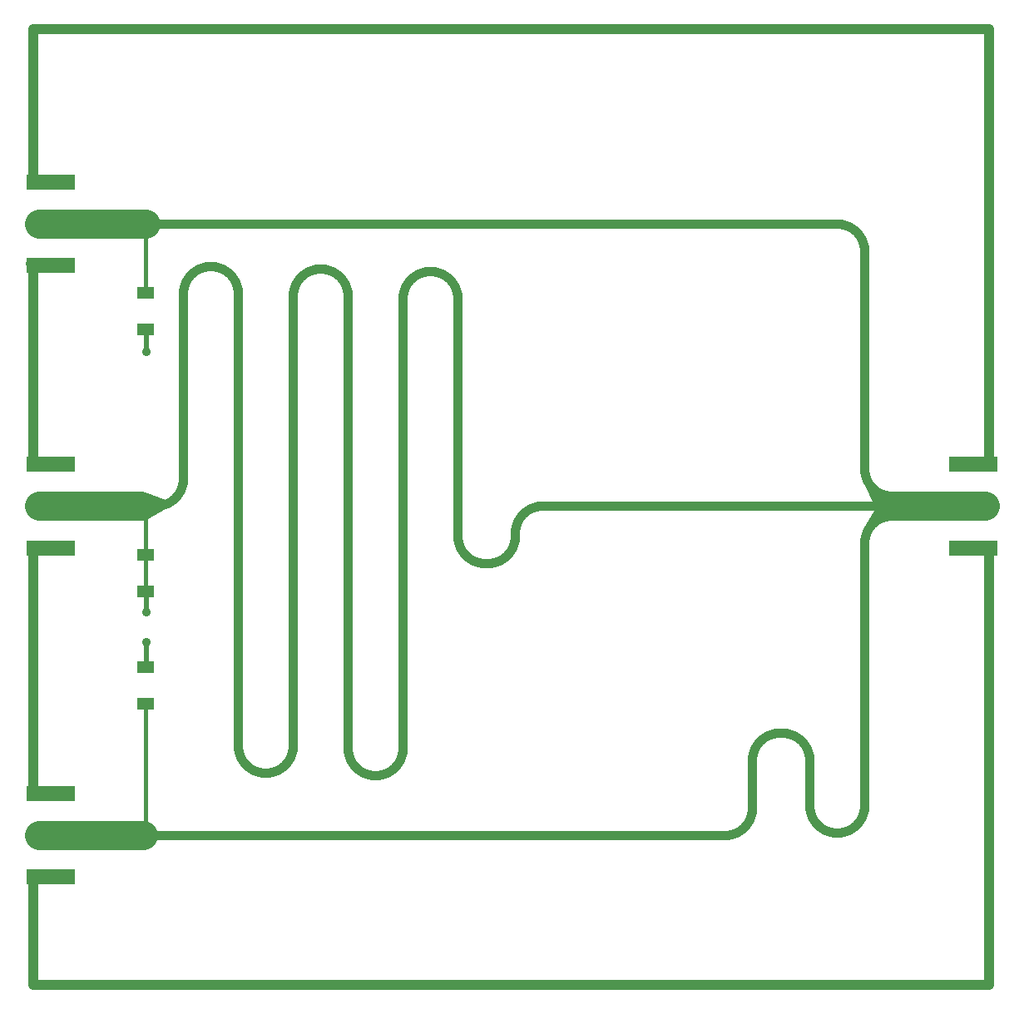
<source format=gbr>
G04 EAGLE Gerber X2 export*
G75*
%MOMM*%
%FSLAX34Y34*%
%LPD*%
%AMOC8*
5,1,8,0,0,1.08239X$1,22.5*%
G01*
%ADD10R,2.362200X1.498600*%
%ADD11R,4.902200X1.600200*%
%ADD12R,1.803400X1.295400*%
%ADD13C,0.914400*%
%ADD14C,1.016000*%
%ADD15C,0.939800*%
%ADD16C,2.984500*%
%ADD17C,0.381000*%
%ADD18C,0.508000*%

G36*
X858639Y475500D02*
X858639Y475500D01*
X858648Y475500D01*
X858756Y475537D01*
X858865Y475571D01*
X858874Y475577D01*
X858881Y475580D01*
X858899Y475594D01*
X859005Y475664D01*
X895835Y506144D01*
X895871Y506185D01*
X895914Y506219D01*
X895952Y506277D01*
X895997Y506329D01*
X896018Y506379D01*
X896048Y506425D01*
X896065Y506492D01*
X896091Y506556D01*
X896095Y506611D01*
X896108Y506664D01*
X896103Y506733D01*
X896108Y506802D01*
X896094Y506855D01*
X896090Y506909D01*
X896063Y506973D01*
X896046Y507039D01*
X896016Y507085D01*
X895994Y507136D01*
X895948Y507187D01*
X895911Y507245D01*
X895868Y507279D01*
X895831Y507320D01*
X895740Y507379D01*
X895717Y507397D01*
X895706Y507401D01*
X895690Y507411D01*
X857590Y526461D01*
X857588Y526462D01*
X857587Y526463D01*
X857470Y526498D01*
X857356Y526534D01*
X857353Y526534D01*
X857351Y526534D01*
X857231Y526531D01*
X857110Y526528D01*
X857108Y526527D01*
X857106Y526527D01*
X856993Y526486D01*
X856878Y526444D01*
X856877Y526443D01*
X856875Y526442D01*
X856781Y526367D01*
X856686Y526291D01*
X856685Y526289D01*
X856683Y526288D01*
X856618Y526186D01*
X856552Y526085D01*
X856552Y526083D01*
X856551Y526081D01*
X856521Y525961D01*
X856492Y525846D01*
X856492Y525844D01*
X856491Y525842D01*
X856501Y525719D01*
X856510Y525601D01*
X856511Y525599D01*
X856511Y525597D01*
X856569Y525440D01*
X870354Y497870D01*
X857864Y476636D01*
X857823Y476529D01*
X857779Y476424D01*
X857778Y476415D01*
X857775Y476407D01*
X857770Y476292D01*
X857762Y476178D01*
X857764Y476170D01*
X857764Y476161D01*
X857795Y476051D01*
X857825Y475941D01*
X857829Y475933D01*
X857832Y475924D01*
X857897Y475830D01*
X857960Y475735D01*
X857967Y475729D01*
X857972Y475722D01*
X858064Y475653D01*
X858153Y475583D01*
X858161Y475580D01*
X858169Y475575D01*
X858277Y475539D01*
X858385Y475501D01*
X858394Y475501D01*
X858402Y475498D01*
X858516Y475499D01*
X858631Y475497D01*
X858639Y475500D01*
G37*
G36*
X129587Y486928D02*
X129587Y486928D01*
X129655Y486927D01*
X129708Y486945D01*
X129764Y486952D01*
X129860Y486994D01*
X129889Y487003D01*
X129899Y487011D01*
X129918Y487019D01*
X147698Y497179D01*
X147751Y497223D01*
X147811Y497258D01*
X147846Y497300D01*
X147889Y497334D01*
X147926Y497392D01*
X147971Y497445D01*
X147991Y497496D01*
X148020Y497542D01*
X148037Y497609D01*
X148063Y497673D01*
X148071Y497749D01*
X148079Y497781D01*
X148077Y497803D01*
X148081Y497840D01*
X148081Y505460D01*
X148080Y505467D01*
X148081Y505473D01*
X148060Y505588D01*
X148042Y505703D01*
X148038Y505709D01*
X148037Y505715D01*
X147981Y505818D01*
X147926Y505920D01*
X147922Y505925D01*
X147918Y505931D01*
X147832Y506010D01*
X147748Y506090D01*
X147742Y506092D01*
X147737Y506097D01*
X147587Y506173D01*
X127267Y513793D01*
X127198Y513807D01*
X127131Y513830D01*
X127078Y513830D01*
X127026Y513841D01*
X126956Y513832D01*
X126885Y513833D01*
X126835Y513816D01*
X126782Y513809D01*
X126718Y513778D01*
X126651Y513757D01*
X126609Y513725D01*
X126561Y513702D01*
X126510Y513652D01*
X126454Y513610D01*
X126423Y513567D01*
X126386Y513529D01*
X126354Y513466D01*
X126313Y513408D01*
X126298Y513357D01*
X126274Y513310D01*
X126264Y513240D01*
X126244Y513172D01*
X126244Y513099D01*
X126239Y513067D01*
X126243Y513044D01*
X126243Y513004D01*
X128783Y487604D01*
X128797Y487550D01*
X128802Y487494D01*
X128829Y487432D01*
X128846Y487367D01*
X128877Y487320D01*
X128900Y487269D01*
X128945Y487218D01*
X128982Y487162D01*
X129027Y487127D01*
X129064Y487086D01*
X129123Y487053D01*
X129177Y487011D01*
X129230Y486993D01*
X129278Y486965D01*
X129345Y486952D01*
X129409Y486930D01*
X129465Y486930D01*
X129520Y486919D01*
X129587Y486928D01*
G37*
D10*
X18542Y787400D03*
D11*
X30391Y744855D03*
X30391Y829945D03*
D10*
X18542Y500000D03*
D11*
X30391Y457455D03*
X30391Y542545D03*
D10*
X18542Y165100D03*
D11*
X30391Y122555D03*
X30391Y207645D03*
D10*
X981458Y500000D03*
D11*
X969609Y542545D03*
X969609Y457455D03*
D12*
X126746Y679958D03*
X127000Y717296D03*
X126746Y298958D03*
X127000Y336296D03*
X127254Y450342D03*
X127000Y413004D03*
D13*
X12700Y985520D03*
X12700Y888238D03*
X12700Y693674D03*
X12700Y596392D03*
X12700Y401828D03*
X12700Y304546D03*
X12700Y109982D03*
X12700Y12700D03*
X109982Y12700D03*
X207264Y12700D03*
X304546Y12700D03*
X401828Y12700D03*
X499110Y12700D03*
X596392Y12700D03*
X693674Y12700D03*
X790956Y12700D03*
X888238Y12700D03*
X985520Y12700D03*
X985520Y109982D03*
X985520Y207264D03*
X985520Y304546D03*
X985520Y401828D03*
X985520Y596392D03*
X985520Y693674D03*
X985520Y790956D03*
X985520Y888238D03*
X985520Y985520D03*
X888238Y985520D03*
X790956Y985520D03*
X693674Y985520D03*
X596392Y985520D03*
X499110Y985520D03*
X401828Y985520D03*
X304546Y985520D03*
X207264Y985520D03*
X109982Y985520D03*
D14*
X12700Y985520D02*
X12700Y830580D01*
X15240Y828040D01*
X12700Y744220D02*
X12700Y693674D01*
X12700Y744220D02*
X10160Y746760D01*
X12700Y693674D02*
X12700Y543560D01*
X12700Y454660D02*
X12700Y401828D01*
X12700Y207264D01*
X12700Y121920D02*
X12700Y109982D01*
X12700Y12700D01*
X985520Y12700D01*
X985520Y454660D01*
X985520Y543560D02*
X985520Y596392D01*
X985520Y985520D01*
X12700Y985520D01*
D15*
X858520Y538480D02*
X858528Y537805D01*
X858553Y537130D01*
X858593Y536456D01*
X858650Y535783D01*
X858724Y535112D01*
X858813Y534443D01*
X858919Y533776D01*
X859041Y533112D01*
X859178Y532451D01*
X859332Y531794D01*
X859501Y531140D01*
X859687Y530491D01*
X859887Y529846D01*
X860104Y529206D01*
X860336Y528572D01*
X860583Y527944D01*
X860845Y527322D01*
X861122Y526706D01*
X861414Y526097D01*
X861720Y525496D01*
X862041Y524902D01*
X862377Y524316D01*
X862726Y523738D01*
X863089Y523169D01*
X863466Y522608D01*
X863856Y522057D01*
X864259Y521516D01*
X864676Y520984D01*
X865105Y520463D01*
X865547Y519952D01*
X866000Y519452D01*
X866466Y518964D01*
X866944Y518486D01*
X867432Y518020D01*
X867932Y517567D01*
X868443Y517125D01*
X868964Y516696D01*
X869496Y516279D01*
X870037Y515876D01*
X870588Y515486D01*
X871149Y515109D01*
X871718Y514746D01*
X872296Y514397D01*
X872882Y514061D01*
X873476Y513740D01*
X874077Y513434D01*
X874686Y513142D01*
X875302Y512865D01*
X875924Y512603D01*
X876552Y512356D01*
X877186Y512124D01*
X877826Y511907D01*
X878471Y511707D01*
X879120Y511521D01*
X879774Y511352D01*
X880431Y511198D01*
X881092Y511061D01*
X881756Y510939D01*
X882423Y510833D01*
X883092Y510744D01*
X883763Y510670D01*
X884436Y510613D01*
X885110Y510573D01*
X885785Y510548D01*
X886460Y510540D01*
D16*
X124460Y165100D02*
X18542Y165100D01*
X18542Y500000D02*
X122300Y500000D01*
X127000Y787400D02*
X18542Y787400D01*
D17*
X127000Y787400D02*
X127000Y717296D01*
X127254Y491744D02*
X127000Y413004D01*
X124460Y490220D02*
X127254Y491744D01*
X126746Y298958D02*
X127000Y298704D01*
X127000Y175260D01*
D15*
X127000Y787400D02*
X830580Y787400D01*
X831255Y787392D01*
X831930Y787367D01*
X832604Y787327D01*
X833277Y787270D01*
X833948Y787196D01*
X834617Y787107D01*
X835284Y787001D01*
X835948Y786879D01*
X836609Y786742D01*
X837266Y786588D01*
X837920Y786419D01*
X838569Y786233D01*
X839214Y786033D01*
X839854Y785816D01*
X840488Y785584D01*
X841116Y785337D01*
X841738Y785075D01*
X842354Y784798D01*
X842963Y784506D01*
X843564Y784200D01*
X844158Y783879D01*
X844744Y783543D01*
X845322Y783194D01*
X845891Y782831D01*
X846452Y782454D01*
X847003Y782064D01*
X847544Y781661D01*
X848076Y781244D01*
X848597Y780815D01*
X849108Y780373D01*
X849608Y779920D01*
X850096Y779454D01*
X850574Y778976D01*
X851040Y778488D01*
X851493Y777988D01*
X851935Y777477D01*
X852364Y776956D01*
X852781Y776424D01*
X853184Y775883D01*
X853574Y775332D01*
X853951Y774771D01*
X854314Y774202D01*
X854663Y773624D01*
X854999Y773038D01*
X855320Y772444D01*
X855626Y771843D01*
X855918Y771234D01*
X856195Y770618D01*
X856457Y769996D01*
X856704Y769368D01*
X856936Y768734D01*
X857153Y768094D01*
X857353Y767449D01*
X857539Y766800D01*
X857708Y766146D01*
X857862Y765489D01*
X857999Y764828D01*
X858121Y764164D01*
X858227Y763497D01*
X858316Y762828D01*
X858390Y762157D01*
X858447Y761484D01*
X858487Y760810D01*
X858512Y760135D01*
X858520Y759460D01*
X332740Y713740D02*
X332740Y256540D01*
X444500Y711200D02*
X444492Y711875D01*
X444467Y712550D01*
X444427Y713224D01*
X444370Y713897D01*
X444296Y714568D01*
X444207Y715237D01*
X444101Y715904D01*
X443979Y716568D01*
X443842Y717229D01*
X443688Y717886D01*
X443519Y718540D01*
X443333Y719189D01*
X443133Y719834D01*
X442916Y720474D01*
X442684Y721108D01*
X442437Y721736D01*
X442175Y722358D01*
X441898Y722974D01*
X441606Y723583D01*
X441300Y724184D01*
X440979Y724778D01*
X440643Y725364D01*
X440294Y725942D01*
X439931Y726511D01*
X439554Y727072D01*
X439164Y727623D01*
X438761Y728164D01*
X438344Y728696D01*
X437915Y729217D01*
X437473Y729728D01*
X437020Y730228D01*
X436554Y730716D01*
X436076Y731194D01*
X435588Y731660D01*
X435088Y732113D01*
X434577Y732555D01*
X434056Y732984D01*
X433524Y733401D01*
X432983Y733804D01*
X432432Y734194D01*
X431871Y734571D01*
X431302Y734934D01*
X430724Y735283D01*
X430138Y735619D01*
X429544Y735940D01*
X428943Y736246D01*
X428334Y736538D01*
X427718Y736815D01*
X427096Y737077D01*
X426468Y737324D01*
X425834Y737556D01*
X425194Y737773D01*
X424549Y737973D01*
X423900Y738159D01*
X423246Y738328D01*
X422589Y738482D01*
X421928Y738619D01*
X421264Y738741D01*
X420597Y738847D01*
X419928Y738936D01*
X419257Y739010D01*
X418584Y739067D01*
X417910Y739107D01*
X417235Y739132D01*
X416560Y739140D01*
X444500Y469900D02*
X444508Y469225D01*
X444533Y468550D01*
X444573Y467876D01*
X444630Y467203D01*
X444704Y466532D01*
X444793Y465863D01*
X444899Y465196D01*
X445021Y464532D01*
X445158Y463871D01*
X445312Y463214D01*
X445481Y462560D01*
X445667Y461911D01*
X445867Y461266D01*
X446084Y460626D01*
X446316Y459992D01*
X446563Y459364D01*
X446825Y458742D01*
X447102Y458126D01*
X447394Y457517D01*
X447700Y456916D01*
X448021Y456322D01*
X448357Y455736D01*
X448706Y455158D01*
X449069Y454589D01*
X449446Y454028D01*
X449836Y453477D01*
X450239Y452936D01*
X450656Y452404D01*
X451085Y451883D01*
X451527Y451372D01*
X451980Y450872D01*
X452446Y450384D01*
X452924Y449906D01*
X453412Y449440D01*
X453912Y448987D01*
X454423Y448545D01*
X454944Y448116D01*
X455476Y447699D01*
X456017Y447296D01*
X456568Y446906D01*
X457129Y446529D01*
X457698Y446166D01*
X458276Y445817D01*
X458862Y445481D01*
X459456Y445160D01*
X460057Y444854D01*
X460666Y444562D01*
X461282Y444285D01*
X461904Y444023D01*
X462532Y443776D01*
X463166Y443544D01*
X463806Y443327D01*
X464451Y443127D01*
X465100Y442941D01*
X465754Y442772D01*
X466411Y442618D01*
X467072Y442481D01*
X467736Y442359D01*
X468403Y442253D01*
X469072Y442164D01*
X469743Y442090D01*
X470416Y442033D01*
X471090Y441993D01*
X471765Y441968D01*
X472440Y441960D01*
X502920Y472440D02*
X502928Y473115D01*
X502953Y473790D01*
X502993Y474464D01*
X503050Y475137D01*
X503124Y475808D01*
X503213Y476477D01*
X503319Y477144D01*
X503441Y477808D01*
X503578Y478469D01*
X503732Y479126D01*
X503901Y479780D01*
X504087Y480429D01*
X504287Y481074D01*
X504504Y481714D01*
X504736Y482348D01*
X504983Y482976D01*
X505245Y483598D01*
X505522Y484214D01*
X505814Y484823D01*
X506120Y485424D01*
X506441Y486018D01*
X506777Y486604D01*
X507126Y487182D01*
X507489Y487751D01*
X507866Y488312D01*
X508256Y488863D01*
X508659Y489404D01*
X509076Y489936D01*
X509505Y490457D01*
X509947Y490968D01*
X510400Y491468D01*
X510866Y491956D01*
X511344Y492434D01*
X511832Y492900D01*
X512332Y493353D01*
X512843Y493795D01*
X513364Y494224D01*
X513896Y494641D01*
X514437Y495044D01*
X514988Y495434D01*
X515549Y495811D01*
X516118Y496174D01*
X516696Y496523D01*
X517282Y496859D01*
X517876Y497180D01*
X518477Y497486D01*
X519086Y497778D01*
X519702Y498055D01*
X520324Y498317D01*
X520952Y498564D01*
X521586Y498796D01*
X522226Y499013D01*
X522871Y499213D01*
X523520Y499399D01*
X524174Y499568D01*
X524831Y499722D01*
X525492Y499859D01*
X526156Y499981D01*
X526823Y500087D01*
X527492Y500176D01*
X528163Y500250D01*
X528836Y500307D01*
X529510Y500347D01*
X530185Y500372D01*
X530860Y500380D01*
X444500Y469900D02*
X444500Y711200D01*
X530860Y500380D02*
X889000Y500380D01*
X772160Y269240D02*
X771485Y269232D01*
X770810Y269207D01*
X770136Y269167D01*
X769463Y269110D01*
X768792Y269036D01*
X768123Y268947D01*
X767456Y268841D01*
X766792Y268719D01*
X766131Y268582D01*
X765474Y268428D01*
X764820Y268259D01*
X764171Y268073D01*
X763526Y267873D01*
X762886Y267656D01*
X762252Y267424D01*
X761624Y267177D01*
X761002Y266915D01*
X760386Y266638D01*
X759777Y266346D01*
X759176Y266040D01*
X758582Y265719D01*
X757996Y265383D01*
X757418Y265034D01*
X756849Y264671D01*
X756288Y264294D01*
X755737Y263904D01*
X755196Y263501D01*
X754664Y263084D01*
X754143Y262655D01*
X753632Y262213D01*
X753132Y261760D01*
X752644Y261294D01*
X752166Y260816D01*
X751700Y260328D01*
X751247Y259828D01*
X750805Y259317D01*
X750376Y258796D01*
X749959Y258264D01*
X749556Y257723D01*
X749166Y257172D01*
X748789Y256611D01*
X748426Y256042D01*
X748077Y255464D01*
X747741Y254878D01*
X747420Y254284D01*
X747114Y253683D01*
X746822Y253074D01*
X746545Y252458D01*
X746283Y251836D01*
X746036Y251208D01*
X745804Y250574D01*
X745587Y249934D01*
X745387Y249289D01*
X745201Y248640D01*
X745032Y247986D01*
X744878Y247329D01*
X744741Y246668D01*
X744619Y246004D01*
X744513Y245337D01*
X744424Y244668D01*
X744350Y243997D01*
X744293Y243324D01*
X744253Y242650D01*
X744228Y241975D01*
X744220Y241300D01*
X858520Y462280D02*
X858528Y462955D01*
X858553Y463630D01*
X858593Y464304D01*
X858650Y464977D01*
X858724Y465648D01*
X858813Y466317D01*
X858919Y466984D01*
X859041Y467648D01*
X859178Y468309D01*
X859332Y468966D01*
X859501Y469620D01*
X859687Y470269D01*
X859887Y470914D01*
X860104Y471554D01*
X860336Y472188D01*
X860583Y472816D01*
X860845Y473438D01*
X861122Y474054D01*
X861414Y474663D01*
X861720Y475264D01*
X862041Y475858D01*
X862377Y476444D01*
X862726Y477022D01*
X863089Y477591D01*
X863466Y478152D01*
X863856Y478703D01*
X864259Y479244D01*
X864676Y479776D01*
X865105Y480297D01*
X865547Y480808D01*
X866000Y481308D01*
X866466Y481796D01*
X866944Y482274D01*
X867432Y482740D01*
X867932Y483193D01*
X868443Y483635D01*
X868964Y484064D01*
X869496Y484481D01*
X870037Y484884D01*
X870588Y485274D01*
X871149Y485651D01*
X871718Y486014D01*
X872296Y486363D01*
X872882Y486699D01*
X873476Y487020D01*
X874077Y487326D01*
X874686Y487618D01*
X875302Y487895D01*
X875924Y488157D01*
X876552Y488404D01*
X877186Y488636D01*
X877826Y488853D01*
X878471Y489053D01*
X879120Y489239D01*
X879774Y489408D01*
X880431Y489562D01*
X881092Y489699D01*
X881756Y489821D01*
X882423Y489927D01*
X883092Y490016D01*
X883763Y490090D01*
X884436Y490147D01*
X885110Y490187D01*
X885785Y490212D01*
X886460Y490220D01*
X774700Y269240D02*
X775375Y269232D01*
X776050Y269207D01*
X776724Y269167D01*
X777397Y269110D01*
X778068Y269036D01*
X778737Y268947D01*
X779404Y268841D01*
X780068Y268719D01*
X780729Y268582D01*
X781386Y268428D01*
X782040Y268259D01*
X782689Y268073D01*
X783334Y267873D01*
X783974Y267656D01*
X784608Y267424D01*
X785236Y267177D01*
X785858Y266915D01*
X786474Y266638D01*
X787083Y266346D01*
X787684Y266040D01*
X788278Y265719D01*
X788864Y265383D01*
X789442Y265034D01*
X790011Y264671D01*
X790572Y264294D01*
X791123Y263904D01*
X791664Y263501D01*
X792196Y263084D01*
X792717Y262655D01*
X793228Y262213D01*
X793728Y261760D01*
X794216Y261294D01*
X794694Y260816D01*
X795160Y260328D01*
X795613Y259828D01*
X796055Y259317D01*
X796484Y258796D01*
X796901Y258264D01*
X797304Y257723D01*
X797694Y257172D01*
X798071Y256611D01*
X798434Y256042D01*
X798783Y255464D01*
X799119Y254878D01*
X799440Y254284D01*
X799746Y253683D01*
X800038Y253074D01*
X800315Y252458D01*
X800577Y251836D01*
X800824Y251208D01*
X801056Y250574D01*
X801273Y249934D01*
X801473Y249289D01*
X801659Y248640D01*
X801828Y247986D01*
X801982Y247329D01*
X802119Y246668D01*
X802241Y246004D01*
X802347Y245337D01*
X802436Y244668D01*
X802510Y243997D01*
X802567Y243324D01*
X802607Y242650D01*
X802632Y241975D01*
X802640Y241300D01*
X802640Y195580D02*
X802648Y194905D01*
X802673Y194230D01*
X802713Y193556D01*
X802770Y192883D01*
X802844Y192212D01*
X802933Y191543D01*
X803039Y190876D01*
X803161Y190212D01*
X803298Y189551D01*
X803452Y188894D01*
X803621Y188240D01*
X803807Y187591D01*
X804007Y186946D01*
X804224Y186306D01*
X804456Y185672D01*
X804703Y185044D01*
X804965Y184422D01*
X805242Y183806D01*
X805534Y183197D01*
X805840Y182596D01*
X806161Y182002D01*
X806497Y181416D01*
X806846Y180838D01*
X807209Y180269D01*
X807586Y179708D01*
X807976Y179157D01*
X808379Y178616D01*
X808796Y178084D01*
X809225Y177563D01*
X809667Y177052D01*
X810120Y176552D01*
X810586Y176064D01*
X811064Y175586D01*
X811552Y175120D01*
X812052Y174667D01*
X812563Y174225D01*
X813084Y173796D01*
X813616Y173379D01*
X814157Y172976D01*
X814708Y172586D01*
X815269Y172209D01*
X815838Y171846D01*
X816416Y171497D01*
X817002Y171161D01*
X817596Y170840D01*
X818197Y170534D01*
X818806Y170242D01*
X819422Y169965D01*
X820044Y169703D01*
X820672Y169456D01*
X821306Y169224D01*
X821946Y169007D01*
X822591Y168807D01*
X823240Y168621D01*
X823894Y168452D01*
X824551Y168298D01*
X825212Y168161D01*
X825876Y168039D01*
X826543Y167933D01*
X827212Y167844D01*
X827883Y167770D01*
X828556Y167713D01*
X829230Y167673D01*
X829905Y167648D01*
X830580Y167640D01*
D16*
X889000Y500000D02*
X981458Y500000D01*
X889000Y500000D02*
X889000Y500380D01*
D15*
X858520Y538480D02*
X858520Y759460D01*
X858520Y195580D02*
X858512Y194905D01*
X858487Y194230D01*
X858447Y193556D01*
X858390Y192883D01*
X858316Y192212D01*
X858227Y191543D01*
X858121Y190876D01*
X857999Y190212D01*
X857862Y189551D01*
X857708Y188894D01*
X857539Y188240D01*
X857353Y187591D01*
X857153Y186946D01*
X856936Y186306D01*
X856704Y185672D01*
X856457Y185044D01*
X856195Y184422D01*
X855918Y183806D01*
X855626Y183197D01*
X855320Y182596D01*
X854999Y182002D01*
X854663Y181416D01*
X854314Y180838D01*
X853951Y180269D01*
X853574Y179708D01*
X853184Y179157D01*
X852781Y178616D01*
X852364Y178084D01*
X851935Y177563D01*
X851493Y177052D01*
X851040Y176552D01*
X850574Y176064D01*
X850096Y175586D01*
X849608Y175120D01*
X849108Y174667D01*
X848597Y174225D01*
X848076Y173796D01*
X847544Y173379D01*
X847003Y172976D01*
X846452Y172586D01*
X845891Y172209D01*
X845322Y171846D01*
X844744Y171497D01*
X844158Y171161D01*
X843564Y170840D01*
X842963Y170534D01*
X842354Y170242D01*
X841738Y169965D01*
X841116Y169703D01*
X840488Y169456D01*
X839854Y169224D01*
X839214Y169007D01*
X838569Y168807D01*
X837920Y168621D01*
X837266Y168452D01*
X836609Y168298D01*
X835948Y168161D01*
X835284Y168039D01*
X834617Y167933D01*
X833948Y167844D01*
X833277Y167770D01*
X832604Y167713D01*
X831930Y167673D01*
X831255Y167648D01*
X830580Y167640D01*
X858520Y195580D02*
X858520Y462280D01*
X744220Y193040D02*
X744212Y192365D01*
X744187Y191690D01*
X744147Y191016D01*
X744090Y190343D01*
X744016Y189672D01*
X743927Y189003D01*
X743821Y188336D01*
X743699Y187672D01*
X743562Y187011D01*
X743408Y186354D01*
X743239Y185700D01*
X743053Y185051D01*
X742853Y184406D01*
X742636Y183766D01*
X742404Y183132D01*
X742157Y182504D01*
X741895Y181882D01*
X741618Y181266D01*
X741326Y180657D01*
X741020Y180056D01*
X740699Y179462D01*
X740363Y178876D01*
X740014Y178298D01*
X739651Y177729D01*
X739274Y177168D01*
X738884Y176617D01*
X738481Y176076D01*
X738064Y175544D01*
X737635Y175023D01*
X737193Y174512D01*
X736740Y174012D01*
X736274Y173524D01*
X735796Y173046D01*
X735308Y172580D01*
X734808Y172127D01*
X734297Y171685D01*
X733776Y171256D01*
X733244Y170839D01*
X732703Y170436D01*
X732152Y170046D01*
X731591Y169669D01*
X731022Y169306D01*
X730444Y168957D01*
X729858Y168621D01*
X729264Y168300D01*
X728663Y167994D01*
X728054Y167702D01*
X727438Y167425D01*
X726816Y167163D01*
X726188Y166916D01*
X725554Y166684D01*
X724914Y166467D01*
X724269Y166267D01*
X723620Y166081D01*
X722966Y165912D01*
X722309Y165758D01*
X721648Y165621D01*
X720984Y165499D01*
X720317Y165393D01*
X719648Y165304D01*
X718977Y165230D01*
X718304Y165173D01*
X717630Y165133D01*
X716955Y165108D01*
X716280Y165100D01*
X124460Y165100D01*
X744220Y193040D02*
X744220Y241300D01*
X802640Y241300D02*
X802640Y195580D01*
X165100Y528320D02*
X165092Y527645D01*
X165067Y526970D01*
X165027Y526296D01*
X164970Y525623D01*
X164896Y524952D01*
X164807Y524283D01*
X164701Y523616D01*
X164579Y522952D01*
X164442Y522291D01*
X164288Y521634D01*
X164119Y520980D01*
X163933Y520331D01*
X163733Y519686D01*
X163516Y519046D01*
X163284Y518412D01*
X163037Y517784D01*
X162775Y517162D01*
X162498Y516546D01*
X162206Y515937D01*
X161900Y515336D01*
X161579Y514742D01*
X161243Y514156D01*
X160894Y513578D01*
X160531Y513009D01*
X160154Y512448D01*
X159764Y511897D01*
X159361Y511356D01*
X158944Y510824D01*
X158515Y510303D01*
X158073Y509792D01*
X157620Y509292D01*
X157154Y508804D01*
X156676Y508326D01*
X156188Y507860D01*
X155688Y507407D01*
X155177Y506965D01*
X154656Y506536D01*
X154124Y506119D01*
X153583Y505716D01*
X153032Y505326D01*
X152471Y504949D01*
X151902Y504586D01*
X151324Y504237D01*
X150738Y503901D01*
X150144Y503580D01*
X149543Y503274D01*
X148934Y502982D01*
X148318Y502705D01*
X147696Y502443D01*
X147068Y502196D01*
X146434Y501964D01*
X145794Y501747D01*
X145149Y501547D01*
X144500Y501361D01*
X143846Y501192D01*
X143189Y501038D01*
X142528Y500901D01*
X141864Y500779D01*
X141197Y500673D01*
X140528Y500584D01*
X139857Y500510D01*
X139184Y500453D01*
X138510Y500413D01*
X137835Y500388D01*
X137160Y500380D01*
X165100Y528320D02*
X165100Y716280D01*
X193040Y744220D02*
X193715Y744212D01*
X194390Y744187D01*
X195064Y744147D01*
X195737Y744090D01*
X196408Y744016D01*
X197077Y743927D01*
X197744Y743821D01*
X198408Y743699D01*
X199069Y743562D01*
X199726Y743408D01*
X200380Y743239D01*
X201029Y743053D01*
X201674Y742853D01*
X202314Y742636D01*
X202948Y742404D01*
X203576Y742157D01*
X204198Y741895D01*
X204814Y741618D01*
X205423Y741326D01*
X206024Y741020D01*
X206618Y740699D01*
X207204Y740363D01*
X207782Y740014D01*
X208351Y739651D01*
X208912Y739274D01*
X209463Y738884D01*
X210004Y738481D01*
X210536Y738064D01*
X211057Y737635D01*
X211568Y737193D01*
X212068Y736740D01*
X212556Y736274D01*
X213034Y735796D01*
X213500Y735308D01*
X213953Y734808D01*
X214395Y734297D01*
X214824Y733776D01*
X215241Y733244D01*
X215644Y732703D01*
X216034Y732152D01*
X216411Y731591D01*
X216774Y731022D01*
X217123Y730444D01*
X217459Y729858D01*
X217780Y729264D01*
X218086Y728663D01*
X218378Y728054D01*
X218655Y727438D01*
X218917Y726816D01*
X219164Y726188D01*
X219396Y725554D01*
X219613Y724914D01*
X219813Y724269D01*
X219999Y723620D01*
X220168Y722966D01*
X220322Y722309D01*
X220459Y721648D01*
X220581Y720984D01*
X220687Y720317D01*
X220776Y719648D01*
X220850Y718977D01*
X220907Y718304D01*
X220947Y717630D01*
X220972Y716955D01*
X220980Y716280D01*
X220980Y259080D01*
X248920Y228600D02*
X249595Y228608D01*
X250270Y228633D01*
X250944Y228673D01*
X251617Y228730D01*
X252288Y228804D01*
X252957Y228893D01*
X253624Y228999D01*
X254288Y229121D01*
X254949Y229258D01*
X255606Y229412D01*
X256260Y229581D01*
X256909Y229767D01*
X257554Y229967D01*
X258194Y230184D01*
X258828Y230416D01*
X259456Y230663D01*
X260078Y230925D01*
X260694Y231202D01*
X261303Y231494D01*
X261904Y231800D01*
X262498Y232121D01*
X263084Y232457D01*
X263662Y232806D01*
X264231Y233169D01*
X264792Y233546D01*
X265343Y233936D01*
X265884Y234339D01*
X266416Y234756D01*
X266937Y235185D01*
X267448Y235627D01*
X267948Y236080D01*
X268436Y236546D01*
X268914Y237024D01*
X269380Y237512D01*
X269833Y238012D01*
X270275Y238523D01*
X270704Y239044D01*
X271121Y239576D01*
X271524Y240117D01*
X271914Y240668D01*
X272291Y241229D01*
X272654Y241798D01*
X273003Y242376D01*
X273339Y242962D01*
X273660Y243556D01*
X273966Y244157D01*
X274258Y244766D01*
X274535Y245382D01*
X274797Y246004D01*
X275044Y246632D01*
X275276Y247266D01*
X275493Y247906D01*
X275693Y248551D01*
X275879Y249200D01*
X276048Y249854D01*
X276202Y250511D01*
X276339Y251172D01*
X276461Y251836D01*
X276567Y252503D01*
X276656Y253172D01*
X276730Y253843D01*
X276787Y254516D01*
X276827Y255190D01*
X276852Y255865D01*
X276860Y256540D01*
X276860Y713740D01*
X388620Y254000D02*
X388612Y253325D01*
X388587Y252650D01*
X388547Y251976D01*
X388490Y251303D01*
X388416Y250632D01*
X388327Y249963D01*
X388221Y249296D01*
X388099Y248632D01*
X387962Y247971D01*
X387808Y247314D01*
X387639Y246660D01*
X387453Y246011D01*
X387253Y245366D01*
X387036Y244726D01*
X386804Y244092D01*
X386557Y243464D01*
X386295Y242842D01*
X386018Y242226D01*
X385726Y241617D01*
X385420Y241016D01*
X385099Y240422D01*
X384763Y239836D01*
X384414Y239258D01*
X384051Y238689D01*
X383674Y238128D01*
X383284Y237577D01*
X382881Y237036D01*
X382464Y236504D01*
X382035Y235983D01*
X381593Y235472D01*
X381140Y234972D01*
X380674Y234484D01*
X380196Y234006D01*
X379708Y233540D01*
X379208Y233087D01*
X378697Y232645D01*
X378176Y232216D01*
X377644Y231799D01*
X377103Y231396D01*
X376552Y231006D01*
X375991Y230629D01*
X375422Y230266D01*
X374844Y229917D01*
X374258Y229581D01*
X373664Y229260D01*
X373063Y228954D01*
X372454Y228662D01*
X371838Y228385D01*
X371216Y228123D01*
X370588Y227876D01*
X369954Y227644D01*
X369314Y227427D01*
X368669Y227227D01*
X368020Y227041D01*
X367366Y226872D01*
X366709Y226718D01*
X366048Y226581D01*
X365384Y226459D01*
X364717Y226353D01*
X364048Y226264D01*
X363377Y226190D01*
X362704Y226133D01*
X362030Y226093D01*
X361355Y226068D01*
X360680Y226060D01*
X388620Y254000D02*
X388620Y711200D01*
X502920Y469900D02*
X502912Y469225D01*
X502887Y468550D01*
X502847Y467876D01*
X502790Y467203D01*
X502716Y466532D01*
X502627Y465863D01*
X502521Y465196D01*
X502399Y464532D01*
X502262Y463871D01*
X502108Y463214D01*
X501939Y462560D01*
X501753Y461911D01*
X501553Y461266D01*
X501336Y460626D01*
X501104Y459992D01*
X500857Y459364D01*
X500595Y458742D01*
X500318Y458126D01*
X500026Y457517D01*
X499720Y456916D01*
X499399Y456322D01*
X499063Y455736D01*
X498714Y455158D01*
X498351Y454589D01*
X497974Y454028D01*
X497584Y453477D01*
X497181Y452936D01*
X496764Y452404D01*
X496335Y451883D01*
X495893Y451372D01*
X495440Y450872D01*
X494974Y450384D01*
X494496Y449906D01*
X494008Y449440D01*
X493508Y448987D01*
X492997Y448545D01*
X492476Y448116D01*
X491944Y447699D01*
X491403Y447296D01*
X490852Y446906D01*
X490291Y446529D01*
X489722Y446166D01*
X489144Y445817D01*
X488558Y445481D01*
X487964Y445160D01*
X487363Y444854D01*
X486754Y444562D01*
X486138Y444285D01*
X485516Y444023D01*
X484888Y443776D01*
X484254Y443544D01*
X483614Y443327D01*
X482969Y443127D01*
X482320Y442941D01*
X481666Y442772D01*
X481009Y442618D01*
X480348Y442481D01*
X479684Y442359D01*
X479017Y442253D01*
X478348Y442164D01*
X477677Y442090D01*
X477004Y442033D01*
X476330Y441993D01*
X475655Y441968D01*
X474980Y441960D01*
X332740Y254000D02*
X332748Y253325D01*
X332773Y252650D01*
X332813Y251976D01*
X332870Y251303D01*
X332944Y250632D01*
X333033Y249963D01*
X333139Y249296D01*
X333261Y248632D01*
X333398Y247971D01*
X333552Y247314D01*
X333721Y246660D01*
X333907Y246011D01*
X334107Y245366D01*
X334324Y244726D01*
X334556Y244092D01*
X334803Y243464D01*
X335065Y242842D01*
X335342Y242226D01*
X335634Y241617D01*
X335940Y241016D01*
X336261Y240422D01*
X336597Y239836D01*
X336946Y239258D01*
X337309Y238689D01*
X337686Y238128D01*
X338076Y237577D01*
X338479Y237036D01*
X338896Y236504D01*
X339325Y235983D01*
X339767Y235472D01*
X340220Y234972D01*
X340686Y234484D01*
X341164Y234006D01*
X341652Y233540D01*
X342152Y233087D01*
X342663Y232645D01*
X343184Y232216D01*
X343716Y231799D01*
X344257Y231396D01*
X344808Y231006D01*
X345369Y230629D01*
X345938Y230266D01*
X346516Y229917D01*
X347102Y229581D01*
X347696Y229260D01*
X348297Y228954D01*
X348906Y228662D01*
X349522Y228385D01*
X350144Y228123D01*
X350772Y227876D01*
X351406Y227644D01*
X352046Y227427D01*
X352691Y227227D01*
X353340Y227041D01*
X353994Y226872D01*
X354651Y226718D01*
X355312Y226581D01*
X355976Y226459D01*
X356643Y226353D01*
X357312Y226264D01*
X357983Y226190D01*
X358656Y226133D01*
X359330Y226093D01*
X360005Y226068D01*
X360680Y226060D01*
X248920Y228600D02*
X248245Y228608D01*
X247570Y228633D01*
X246896Y228673D01*
X246223Y228730D01*
X245552Y228804D01*
X244883Y228893D01*
X244216Y228999D01*
X243552Y229121D01*
X242891Y229258D01*
X242234Y229412D01*
X241580Y229581D01*
X240931Y229767D01*
X240286Y229967D01*
X239646Y230184D01*
X239012Y230416D01*
X238384Y230663D01*
X237762Y230925D01*
X237146Y231202D01*
X236537Y231494D01*
X235936Y231800D01*
X235342Y232121D01*
X234756Y232457D01*
X234178Y232806D01*
X233609Y233169D01*
X233048Y233546D01*
X232497Y233936D01*
X231956Y234339D01*
X231424Y234756D01*
X230903Y235185D01*
X230392Y235627D01*
X229892Y236080D01*
X229404Y236546D01*
X228926Y237024D01*
X228460Y237512D01*
X228007Y238012D01*
X227565Y238523D01*
X227136Y239044D01*
X226719Y239576D01*
X226316Y240117D01*
X225926Y240668D01*
X225549Y241229D01*
X225186Y241798D01*
X224837Y242376D01*
X224501Y242962D01*
X224180Y243556D01*
X223874Y244157D01*
X223582Y244766D01*
X223305Y245382D01*
X223043Y246004D01*
X222796Y246632D01*
X222564Y247266D01*
X222347Y247906D01*
X222147Y248551D01*
X221961Y249200D01*
X221792Y249854D01*
X221638Y250511D01*
X221501Y251172D01*
X221379Y251836D01*
X221273Y252503D01*
X221184Y253172D01*
X221110Y253843D01*
X221053Y254516D01*
X221013Y255190D01*
X220988Y255865D01*
X220980Y256540D01*
X332740Y713740D02*
X332732Y714415D01*
X332707Y715090D01*
X332667Y715764D01*
X332610Y716437D01*
X332536Y717108D01*
X332447Y717777D01*
X332341Y718444D01*
X332219Y719108D01*
X332082Y719769D01*
X331928Y720426D01*
X331759Y721080D01*
X331573Y721729D01*
X331373Y722374D01*
X331156Y723014D01*
X330924Y723648D01*
X330677Y724276D01*
X330415Y724898D01*
X330138Y725514D01*
X329846Y726123D01*
X329540Y726724D01*
X329219Y727318D01*
X328883Y727904D01*
X328534Y728482D01*
X328171Y729051D01*
X327794Y729612D01*
X327404Y730163D01*
X327001Y730704D01*
X326584Y731236D01*
X326155Y731757D01*
X325713Y732268D01*
X325260Y732768D01*
X324794Y733256D01*
X324316Y733734D01*
X323828Y734200D01*
X323328Y734653D01*
X322817Y735095D01*
X322296Y735524D01*
X321764Y735941D01*
X321223Y736344D01*
X320672Y736734D01*
X320111Y737111D01*
X319542Y737474D01*
X318964Y737823D01*
X318378Y738159D01*
X317784Y738480D01*
X317183Y738786D01*
X316574Y739078D01*
X315958Y739355D01*
X315336Y739617D01*
X314708Y739864D01*
X314074Y740096D01*
X313434Y740313D01*
X312789Y740513D01*
X312140Y740699D01*
X311486Y740868D01*
X310829Y741022D01*
X310168Y741159D01*
X309504Y741281D01*
X308837Y741387D01*
X308168Y741476D01*
X307497Y741550D01*
X306824Y741607D01*
X306150Y741647D01*
X305475Y741672D01*
X304800Y741680D01*
X388620Y711200D02*
X388628Y711875D01*
X388653Y712550D01*
X388693Y713224D01*
X388750Y713897D01*
X388824Y714568D01*
X388913Y715237D01*
X389019Y715904D01*
X389141Y716568D01*
X389278Y717229D01*
X389432Y717886D01*
X389601Y718540D01*
X389787Y719189D01*
X389987Y719834D01*
X390204Y720474D01*
X390436Y721108D01*
X390683Y721736D01*
X390945Y722358D01*
X391222Y722974D01*
X391514Y723583D01*
X391820Y724184D01*
X392141Y724778D01*
X392477Y725364D01*
X392826Y725942D01*
X393189Y726511D01*
X393566Y727072D01*
X393956Y727623D01*
X394359Y728164D01*
X394776Y728696D01*
X395205Y729217D01*
X395647Y729728D01*
X396100Y730228D01*
X396566Y730716D01*
X397044Y731194D01*
X397532Y731660D01*
X398032Y732113D01*
X398543Y732555D01*
X399064Y732984D01*
X399596Y733401D01*
X400137Y733804D01*
X400688Y734194D01*
X401249Y734571D01*
X401818Y734934D01*
X402396Y735283D01*
X402982Y735619D01*
X403576Y735940D01*
X404177Y736246D01*
X404786Y736538D01*
X405402Y736815D01*
X406024Y737077D01*
X406652Y737324D01*
X407286Y737556D01*
X407926Y737773D01*
X408571Y737973D01*
X409220Y738159D01*
X409874Y738328D01*
X410531Y738482D01*
X411192Y738619D01*
X411856Y738741D01*
X412523Y738847D01*
X413192Y738936D01*
X413863Y739010D01*
X414536Y739067D01*
X415210Y739107D01*
X415885Y739132D01*
X416560Y739140D01*
X193040Y744220D02*
X192365Y744212D01*
X191690Y744187D01*
X191016Y744147D01*
X190343Y744090D01*
X189672Y744016D01*
X189003Y743927D01*
X188336Y743821D01*
X187672Y743699D01*
X187011Y743562D01*
X186354Y743408D01*
X185700Y743239D01*
X185051Y743053D01*
X184406Y742853D01*
X183766Y742636D01*
X183132Y742404D01*
X182504Y742157D01*
X181882Y741895D01*
X181266Y741618D01*
X180657Y741326D01*
X180056Y741020D01*
X179462Y740699D01*
X178876Y740363D01*
X178298Y740014D01*
X177729Y739651D01*
X177168Y739274D01*
X176617Y738884D01*
X176076Y738481D01*
X175544Y738064D01*
X175023Y737635D01*
X174512Y737193D01*
X174012Y736740D01*
X173524Y736274D01*
X173046Y735796D01*
X172580Y735308D01*
X172127Y734808D01*
X171685Y734297D01*
X171256Y733776D01*
X170839Y733244D01*
X170436Y732703D01*
X170046Y732152D01*
X169669Y731591D01*
X169306Y731022D01*
X168957Y730444D01*
X168621Y729858D01*
X168300Y729264D01*
X167994Y728663D01*
X167702Y728054D01*
X167425Y727438D01*
X167163Y726816D01*
X166916Y726188D01*
X166684Y725554D01*
X166467Y724914D01*
X166267Y724269D01*
X166081Y723620D01*
X165912Y722966D01*
X165758Y722309D01*
X165621Y721648D01*
X165499Y720984D01*
X165393Y720317D01*
X165304Y719648D01*
X165230Y718977D01*
X165173Y718304D01*
X165133Y717630D01*
X165108Y716955D01*
X165100Y716280D01*
X276860Y713740D02*
X276868Y714415D01*
X276893Y715090D01*
X276933Y715764D01*
X276990Y716437D01*
X277064Y717108D01*
X277153Y717777D01*
X277259Y718444D01*
X277381Y719108D01*
X277518Y719769D01*
X277672Y720426D01*
X277841Y721080D01*
X278027Y721729D01*
X278227Y722374D01*
X278444Y723014D01*
X278676Y723648D01*
X278923Y724276D01*
X279185Y724898D01*
X279462Y725514D01*
X279754Y726123D01*
X280060Y726724D01*
X280381Y727318D01*
X280717Y727904D01*
X281066Y728482D01*
X281429Y729051D01*
X281806Y729612D01*
X282196Y730163D01*
X282599Y730704D01*
X283016Y731236D01*
X283445Y731757D01*
X283887Y732268D01*
X284340Y732768D01*
X284806Y733256D01*
X285284Y733734D01*
X285772Y734200D01*
X286272Y734653D01*
X286783Y735095D01*
X287304Y735524D01*
X287836Y735941D01*
X288377Y736344D01*
X288928Y736734D01*
X289489Y737111D01*
X290058Y737474D01*
X290636Y737823D01*
X291222Y738159D01*
X291816Y738480D01*
X292417Y738786D01*
X293026Y739078D01*
X293642Y739355D01*
X294264Y739617D01*
X294892Y739864D01*
X295526Y740096D01*
X296166Y740313D01*
X296811Y740513D01*
X297460Y740699D01*
X298114Y740868D01*
X298771Y741022D01*
X299432Y741159D01*
X300096Y741281D01*
X300763Y741387D01*
X301432Y741476D01*
X302103Y741550D01*
X302776Y741607D01*
X303450Y741647D01*
X304125Y741672D01*
X304800Y741680D01*
D13*
X127700Y656828D03*
D18*
X127700Y679958D01*
X126746Y679958D01*
D13*
X127700Y391828D03*
X127700Y361828D03*
D18*
X127700Y391828D02*
X127700Y413004D01*
X127000Y413004D01*
X127700Y361828D02*
X127700Y336296D01*
X127000Y336296D01*
M02*

</source>
